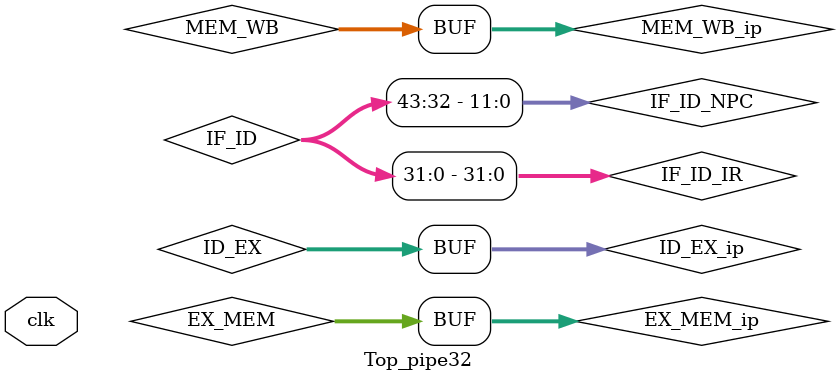
<source format=v>
`timescale 1ns / 1ns
module Top_pipe32(clk);
    input clk;
    reg [43:0]IF_ID; // IF_ID pipeline register
    reg [126:0]ID_EX; // ID_EX pipeline register
    reg [86:0]EX_MEM; // EX_MEM pipeline register
    reg [70:0]MEM_WB; // MEM_WB pipeline register
    //--------------
    wire [31:0]IF_IR;
    wire [11:0]NPC;
    //------------
    wire [31:0]IF_ID_IR;
    wire [11:0]IF_ID_NPC;
    wire [31:0]a,b,sign_extended_Imm;
    wire [8:0]contr;
    wire [4:0]rd_dest0,rd_dest1;
    //-------------
    wire [126:0]ID_EX_ip;
    wire [2:0]EX_stage_MEM;
    wire [1:0]EX_stage_WB;
    wire [11:0]EX_stage_NPC;
    wire EX_stage_zero;
    wire [31:0]EX_stage_ALUop,EX_stage_B;
    wire [4:0]EX_stage_rd;
    //-------------
    wire [86:0]EX_MEM_ip;
    wire [1:0]MEM_stage_WB;
    wire [31:0]MEM_stage_readdata;
    wire [31:0]MEM_stage_ALUOUT;
    wire [4:0]MEM_stage_rd;
    wire PCSrc_MEM;
    //-------------
    wire [70:0]MEM_WB_ip;
    wire RegWrite_cond;
    wire [31:0]Write_data;
    wire [4:0]Write_reg_addr;
    //---------
    assign IF_ID_IR  = IF_ID[31:0];
    assign IF_ID_NPC =IF_ID[43:32];
    //-----------
    assign ID_EX_ip = ID_EX;
    //----------
    assign EX_MEM_ip = EX_MEM;
    //----------
    assign MEM_WB_ip = MEM_WB;
    //-----------
    IF_stage  S1(.clk(clk),.IR(IF_IR),.NPC(NPC));
    ID_stage  S2(.sign_Imm(sign_extended_Imm),.A(a),.B(b),.rd0(rd_dest0),
                .rd1(rd_dest1),.control_bits(contr),.IF_ID_IR(IF_ID_IR),.IF_ID_NPC(IF_ID_NPC));
    EX_stage  S3(.cont_MEM(EX_stage_MEM),.cont_WB(EX_stage_WB),.NPC_ADD(EX_stage_NPC),.ZERO(EX_stage_zero),
                .ALU_result(EX_stage_ALUop),.EX_B(EX_stage_B),.EX_rd(EX_stage_rd),.ID_EX(ID_EX_ip));
    MEM_stage S4(.contWB(MEM_stage_WB),.MEM_Read_data(MEM_stage_readdata),.MEM_ALUout(MEM_stage_ALUOUT),
                 .MEM_rd(MEM_stage_rd),.PCSrc(PCSrc_MEM),.EX_MEM(EX_MEM_ip));
    WB_stage  S5(.Write_data(Write_data),.Write_reg(Write_reg_addr),.RegWrite(RegWrite_cond),.MEM_WB(MEM_WB_ip));
    assign IF_stage.PCSrc      = PCSrc_MEM;
    assign ID_stage.RegWrite   = RegWrite_cond;
    assign ID_stage.MEM_WB_LMD = Write_data;
    always@(posedge clk) //IF_ID stage
        begin
            IF_ID[31:0]    = IF_IR;
            IF_ID[43:32]   = NPC;
        end
    always@(posedge clk) //ID_EX stage
        begin
            ID_EX[4:0]     = rd_dest1;
            ID_EX[9:5]     = rd_dest0;
            ID_EX[41:10]   = sign_extended_Imm;
            ID_EX[73:42]   = b;
            ID_EX[105:74]  = a;
            ID_EX[117:106] = IF_ID_NPC;
            ID_EX[126:118] = contr;
        end
    always@(posedge clk) //EX_MEM stage
        begin
           EX_MEM[4:0]     = EX_stage_rd;
           EX_MEM[36:5]    = EX_stage_B;
           EX_MEM[68:37]   = EX_stage_ALUop;
           EX_MEM[69]      = EX_stage_zero;
           EX_MEM[81:70]   = EX_stage_NPC;
           EX_MEM[83:82]   = EX_stage_WB;
           EX_MEM[86:84]   = EX_stage_MEM;
        end
    always@(posedge clk) //MEM_WB stage
        begin
            MEM_WB[4:0]    = MEM_stage_rd;
            MEM_WB[36:5]   = MEM_stage_ALUOUT;
            MEM_WB[68:37]  = MEM_stage_readdata;
            MEM_WB[70:69]  = MEM_stage_WB;
        end
endmodule

</source>
